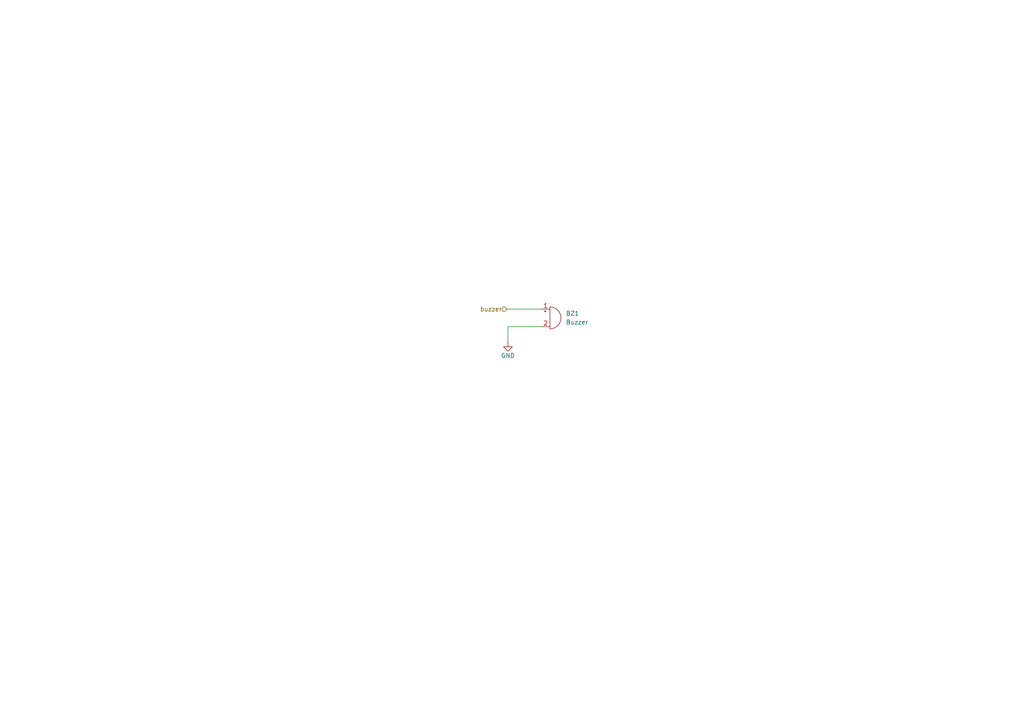
<source format=kicad_sch>
(kicad_sch (version 20231120) (generator "eeschema") (generator_version "8.0")
  (paper "A4")
  (lib_symbols
    (symbol "Device:Buzzer" (pin_names (offset 0.0254) hide)
      (property "Reference" "BZ" (at 3.81 1.27 0))
      (property "Value" "Buzzer" (at 3.81 -1.27 0))
      (symbol "Buzzer_0_1"
        (arc (start 0 -3.175) (mid 3.1612 0) (end 0 3.175))
        (polyline (pts (xy -1.651 1.905) (xy -1.143 1.905)))
        (polyline (pts (xy -1.397 2.159) (xy -1.397 1.651)))
        (polyline (pts (xy 0 3.175) (xy 0 -3.175)))
      )
      (symbol "Buzzer_1_1"
        (pin passive line (at -2.54 2.54 0) (length 2.54) (name "+") (number "1"))
        (pin passive line (at -2.54 -2.54 0) (length 2.54) (name "-") (number "2"))
      )
    )
    (symbol "power:GND" (power) (pin_numbers hide) (pin_names (offset 0) hide)
      (property "Value" "GND" (at 0 -3.81 0))
      (symbol "GND_0_1"
        (polyline (pts (xy 0 0) (xy 0 -1.27) (xy 1.27 -1.27) (xy 0 -2.54) (xy -1.27 -1.27) (xy 0 -1.27)))
      )
      (symbol "GND_1_1"
        (pin power_in line (at 0 0 270) (length 0) (name "~") (number "1"))
      )
    )
  )
  (wire (pts (xy 147.32 94.742) (xy 156.972 94.742)))
  (wire (pts (xy 147.32 99.314) (xy 147.32 94.742)))
  (wire (pts (xy 147.066 89.662) (xy 156.972 89.662)))
  (hierarchical_label "buzzer" (shape input) (at 147.066 89.662 180))
  (symbol (lib_id "Device:Buzzer") (at 159.512 92.202 0) (unit 1)
    (property "Reference" "BZ1" (at 164.084 90.9319 0) (effects (justify left)))
    (property "Value" "Buzzer" (at 164.084 93.4719 0) (effects (justify left)))
    (property "Footprint" "Buzzer_Beeper:MagneticBuzzer_PUI_AT-0927-TT-6-R" (effects (hide yes)))
    (property "Description" "Buzzer, polarized" (effects (hide yes)))
  )
  (symbol (lib_id "power:GND") (at 147.32 99.314 0) (unit 1)
    (property "Reference" "#PWR031" (effects (hide yes)))
    (property "Value" "GND" (at 147.32 103.124 0))
    (property "Description" "Power symbol creates a global label with name \"GND\" , ground" (effects (hide yes)))
  )
)
</source>
